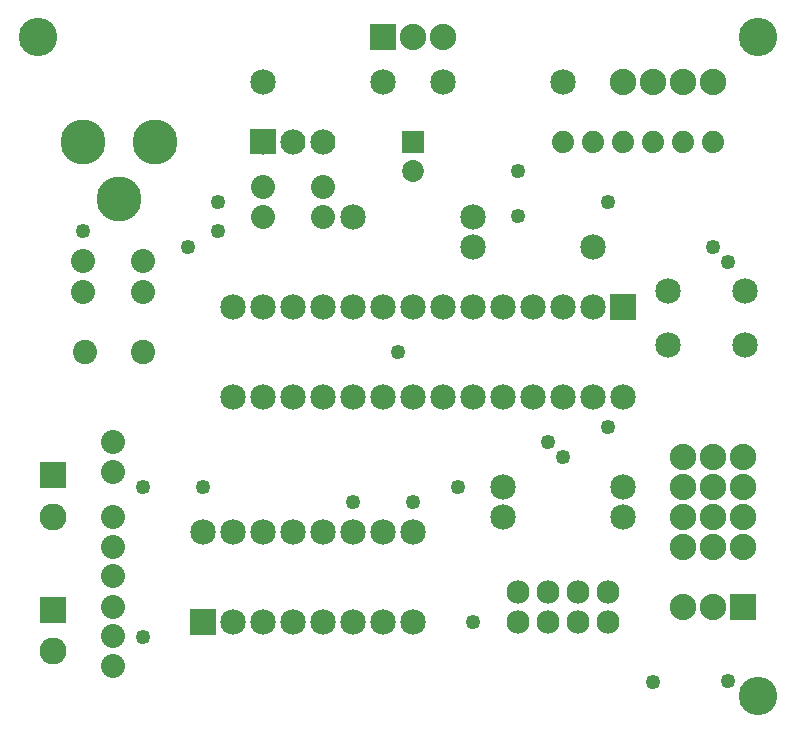
<source format=gbs>
G04 MADE WITH FRITZING*
G04 WWW.FRITZING.ORG*
G04 DOUBLE SIDED*
G04 HOLES PLATED*
G04 CONTOUR ON CENTER OF CONTOUR VECTOR*
%ASAXBY*%
%FSLAX23Y23*%
%MOIN*%
%OFA0B0*%
%SFA1.0B1.0*%
%ADD10C,0.049370*%
%ADD11C,0.088000*%
%ADD12C,0.077278*%
%ADD13C,0.128110*%
%ADD14C,0.085000*%
%ADD15C,0.074000*%
%ADD16C,0.090000*%
%ADD17C,0.080000*%
%ADD18C,0.084000*%
%ADD19C,0.072992*%
%ADD20C,0.080925*%
%ADD21C,0.080866*%
%ADD22C,0.150000*%
%ADD23R,0.088000X0.088000*%
%ADD24R,0.085000X0.085000*%
%ADD25R,0.090000X0.090000*%
%ADD26R,0.072992X0.072992*%
%ADD27R,0.001000X0.001000*%
%LNMASK0*%
G90*
G70*
G54D10*
X1520Y784D03*
X1370Y734D03*
X1820Y934D03*
X470Y284D03*
X2171Y134D03*
X2420Y135D03*
G54D11*
X1270Y2284D03*
X1370Y2284D03*
X1470Y2284D03*
X2470Y384D03*
X2370Y384D03*
X2270Y384D03*
G54D10*
X669Y784D03*
X469Y784D03*
X1570Y334D03*
X1170Y734D03*
X269Y1635D03*
X1319Y1234D03*
X2419Y1534D03*
X2020Y1734D03*
X620Y1584D03*
X1870Y884D03*
X2020Y984D03*
X2369Y1584D03*
X720Y1734D03*
X720Y1635D03*
X1720Y1685D03*
X1720Y1835D03*
G54D12*
X2020Y334D03*
X1920Y334D03*
X1820Y334D03*
X1720Y334D03*
X2020Y434D03*
X1920Y434D03*
X1820Y434D03*
X1720Y434D03*
G54D13*
X120Y2284D03*
X2520Y85D03*
X2520Y2284D03*
G54D11*
X2370Y584D03*
X2370Y684D03*
X2370Y784D03*
X2370Y884D03*
X2270Y584D03*
X2270Y684D03*
X2270Y784D03*
X2270Y884D03*
X2470Y584D03*
X2470Y684D03*
X2470Y784D03*
X2470Y884D03*
G54D14*
X1670Y684D03*
X2070Y684D03*
X1670Y784D03*
X2070Y784D03*
G54D11*
X2070Y2134D03*
X2170Y2134D03*
X2270Y2134D03*
X2370Y2134D03*
G54D15*
X2370Y1934D03*
X2270Y1934D03*
X2170Y1934D03*
X2070Y1934D03*
X1970Y1934D03*
X1870Y1934D03*
G54D14*
X870Y2134D03*
X1270Y2134D03*
X1470Y2134D03*
X1870Y2134D03*
X670Y334D03*
X670Y634D03*
X770Y334D03*
X770Y634D03*
X870Y334D03*
X870Y634D03*
X970Y334D03*
X970Y634D03*
X1070Y334D03*
X1070Y634D03*
X1170Y334D03*
X1170Y634D03*
X1270Y334D03*
X1270Y634D03*
X1370Y334D03*
X1370Y634D03*
G54D16*
X170Y822D03*
X170Y684D03*
X170Y372D03*
X170Y235D03*
G54D17*
X370Y834D03*
X370Y934D03*
X370Y584D03*
X370Y684D03*
X370Y485D03*
X370Y384D03*
X370Y285D03*
X370Y185D03*
G54D18*
X870Y1934D03*
X970Y1934D03*
X1070Y1934D03*
G54D17*
X1070Y1684D03*
X1070Y1784D03*
X870Y1684D03*
X870Y1784D03*
G54D19*
X1370Y1934D03*
X1370Y1836D03*
G54D14*
X1170Y1684D03*
X1570Y1684D03*
X2070Y1384D03*
X2070Y1084D03*
X1970Y1384D03*
X1970Y1084D03*
X1870Y1384D03*
X1870Y1084D03*
X1770Y1384D03*
X1770Y1084D03*
X1670Y1384D03*
X1670Y1084D03*
X1570Y1384D03*
X1570Y1084D03*
X1470Y1384D03*
X1470Y1084D03*
X1370Y1384D03*
X1370Y1084D03*
X1270Y1384D03*
X1270Y1084D03*
X1170Y1384D03*
X1170Y1084D03*
X1070Y1384D03*
X1070Y1084D03*
X970Y1384D03*
X970Y1084D03*
X870Y1384D03*
X870Y1084D03*
X770Y1384D03*
X770Y1084D03*
X1570Y1584D03*
X1970Y1584D03*
G54D20*
X470Y1234D03*
G54D21*
X277Y1234D03*
G54D17*
X270Y1535D03*
X270Y1434D03*
X470Y1535D03*
X470Y1434D03*
G54D14*
X2220Y1435D03*
X2476Y1435D03*
X2220Y1257D03*
X2476Y1257D03*
G54D22*
X510Y1934D03*
X270Y1934D03*
X390Y1744D03*
G54D23*
X1270Y2284D03*
X2470Y384D03*
G54D24*
X670Y334D03*
G54D25*
X170Y822D03*
X170Y372D03*
G54D26*
X1370Y1934D03*
G54D24*
X2070Y1384D03*
G54D27*
X828Y1976D02*
X911Y1976D01*
X828Y1975D02*
X911Y1975D01*
X828Y1974D02*
X911Y1974D01*
X828Y1973D02*
X911Y1973D01*
X828Y1972D02*
X911Y1972D01*
X828Y1971D02*
X911Y1971D01*
X828Y1970D02*
X911Y1970D01*
X828Y1969D02*
X911Y1969D01*
X828Y1968D02*
X911Y1968D01*
X828Y1967D02*
X911Y1967D01*
X828Y1966D02*
X911Y1966D01*
X828Y1965D02*
X911Y1965D01*
X828Y1964D02*
X911Y1964D01*
X828Y1963D02*
X911Y1963D01*
X828Y1962D02*
X911Y1962D01*
X828Y1961D02*
X911Y1961D01*
X828Y1960D02*
X911Y1960D01*
X828Y1959D02*
X911Y1959D01*
X828Y1958D02*
X911Y1958D01*
X828Y1957D02*
X911Y1957D01*
X828Y1956D02*
X911Y1956D01*
X828Y1955D02*
X911Y1955D01*
X828Y1954D02*
X911Y1954D01*
X828Y1953D02*
X911Y1953D01*
X828Y1952D02*
X911Y1952D01*
X828Y1951D02*
X911Y1951D01*
X828Y1950D02*
X911Y1950D01*
X828Y1949D02*
X865Y1949D01*
X874Y1949D02*
X911Y1949D01*
X828Y1948D02*
X862Y1948D01*
X876Y1948D02*
X911Y1948D01*
X828Y1947D02*
X860Y1947D01*
X878Y1947D02*
X911Y1947D01*
X828Y1946D02*
X859Y1946D01*
X879Y1946D02*
X911Y1946D01*
X828Y1945D02*
X858Y1945D01*
X880Y1945D02*
X911Y1945D01*
X828Y1944D02*
X857Y1944D01*
X881Y1944D02*
X911Y1944D01*
X828Y1943D02*
X856Y1943D01*
X882Y1943D02*
X911Y1943D01*
X828Y1942D02*
X856Y1942D01*
X883Y1942D02*
X911Y1942D01*
X828Y1941D02*
X855Y1941D01*
X883Y1941D02*
X911Y1941D01*
X828Y1940D02*
X855Y1940D01*
X883Y1940D02*
X911Y1940D01*
X828Y1939D02*
X855Y1939D01*
X884Y1939D02*
X911Y1939D01*
X828Y1938D02*
X854Y1938D01*
X884Y1938D02*
X911Y1938D01*
X828Y1937D02*
X854Y1937D01*
X884Y1937D02*
X911Y1937D01*
X828Y1936D02*
X854Y1936D01*
X884Y1936D02*
X911Y1936D01*
X828Y1935D02*
X854Y1935D01*
X884Y1935D02*
X911Y1935D01*
X828Y1934D02*
X854Y1934D01*
X884Y1934D02*
X911Y1934D01*
X828Y1933D02*
X854Y1933D01*
X884Y1933D02*
X911Y1933D01*
X828Y1932D02*
X854Y1932D01*
X884Y1932D02*
X911Y1932D01*
X828Y1931D02*
X855Y1931D01*
X884Y1931D02*
X911Y1931D01*
X828Y1930D02*
X855Y1930D01*
X884Y1930D02*
X911Y1930D01*
X828Y1929D02*
X855Y1929D01*
X883Y1929D02*
X911Y1929D01*
X828Y1928D02*
X856Y1928D01*
X883Y1928D02*
X911Y1928D01*
X828Y1927D02*
X856Y1927D01*
X882Y1927D02*
X911Y1927D01*
X828Y1926D02*
X857Y1926D01*
X881Y1926D02*
X911Y1926D01*
X828Y1925D02*
X858Y1925D01*
X881Y1925D02*
X911Y1925D01*
X828Y1924D02*
X859Y1924D01*
X880Y1924D02*
X911Y1924D01*
X828Y1923D02*
X860Y1923D01*
X878Y1923D02*
X911Y1923D01*
X828Y1922D02*
X862Y1922D01*
X877Y1922D02*
X911Y1922D01*
X828Y1921D02*
X864Y1921D01*
X875Y1921D02*
X911Y1921D01*
X828Y1920D02*
X911Y1920D01*
X828Y1919D02*
X911Y1919D01*
X828Y1918D02*
X911Y1918D01*
X828Y1917D02*
X911Y1917D01*
X828Y1916D02*
X911Y1916D01*
X828Y1915D02*
X911Y1915D01*
X828Y1914D02*
X911Y1914D01*
X828Y1913D02*
X911Y1913D01*
X828Y1912D02*
X911Y1912D01*
X828Y1911D02*
X911Y1911D01*
X828Y1910D02*
X911Y1910D01*
X828Y1909D02*
X911Y1909D01*
X828Y1908D02*
X911Y1908D01*
X828Y1907D02*
X911Y1907D01*
X828Y1906D02*
X911Y1906D01*
X828Y1905D02*
X911Y1905D01*
X828Y1904D02*
X911Y1904D01*
X828Y1903D02*
X911Y1903D01*
X828Y1902D02*
X911Y1902D01*
X828Y1901D02*
X911Y1901D01*
X828Y1900D02*
X911Y1900D01*
X828Y1899D02*
X911Y1899D01*
X828Y1898D02*
X911Y1898D01*
X828Y1897D02*
X911Y1897D01*
X828Y1896D02*
X911Y1896D01*
X828Y1895D02*
X911Y1895D01*
X828Y1894D02*
X911Y1894D01*
X828Y1893D02*
X910Y1893D01*
D02*
G04 End of Mask0*
M02*
</source>
